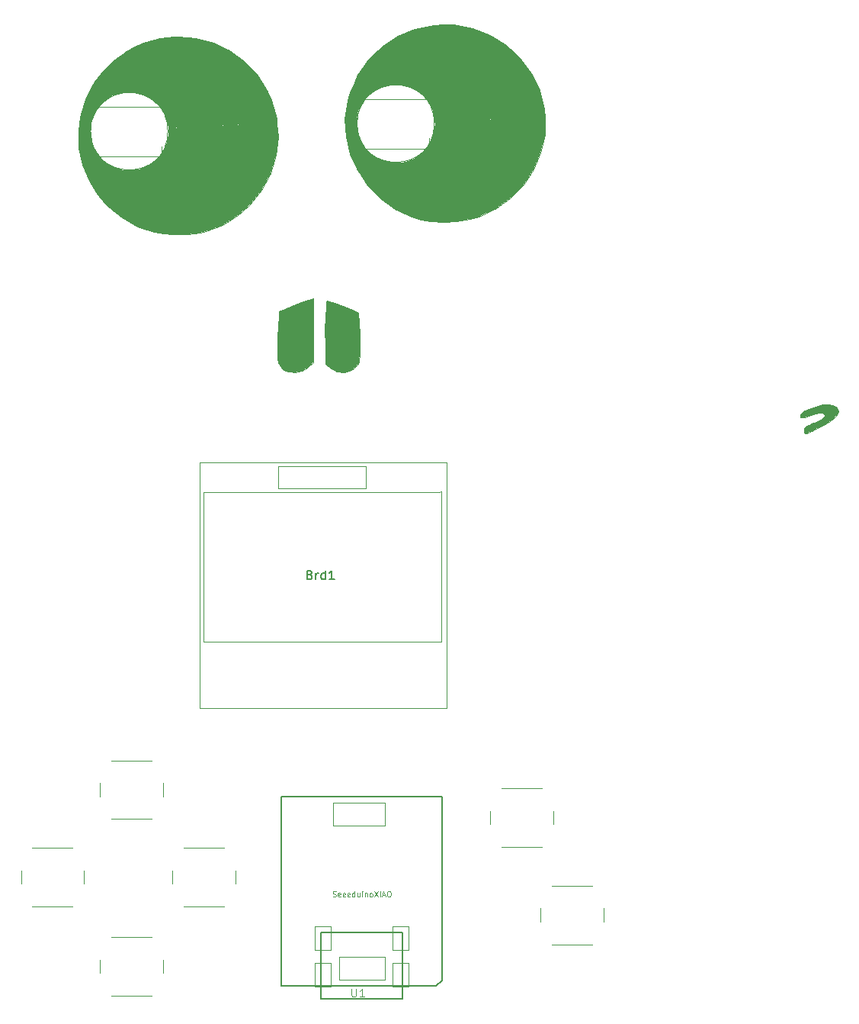
<source format=gbr>
G04 #@! TF.GenerationSoftware,KiCad,Pcbnew,8.0.5-8.0.5-0~ubuntu24.04.1*
G04 #@! TF.CreationDate,2024-09-20T13:44:16+09:00*
G04 #@! TF.ProjectId,gopher_pilot_xiao_sw,676f7068-6572-45f7-9069-6c6f745f7869,rev?*
G04 #@! TF.SameCoordinates,Original*
G04 #@! TF.FileFunction,Legend,Top*
G04 #@! TF.FilePolarity,Positive*
%FSLAX46Y46*%
G04 Gerber Fmt 4.6, Leading zero omitted, Abs format (unit mm)*
G04 Created by KiCad (PCBNEW 8.0.5-8.0.5-0~ubuntu24.04.1) date 2024-09-20 13:44:16*
%MOMM*%
%LPD*%
G01*
G04 APERTURE LIST*
%ADD10C,0.101600*%
%ADD11C,0.076200*%
%ADD12C,0.150000*%
%ADD13C,0.120000*%
%ADD14C,0.127000*%
%ADD15C,0.066040*%
%ADD16C,0.100000*%
G04 APERTURE END LIST*
D10*
X121383166Y-167947485D02*
X121383166Y-168667152D01*
X121383166Y-168667152D02*
X121425500Y-168751818D01*
X121425500Y-168751818D02*
X121467833Y-168794152D01*
X121467833Y-168794152D02*
X121552500Y-168836485D01*
X121552500Y-168836485D02*
X121721833Y-168836485D01*
X121721833Y-168836485D02*
X121806500Y-168794152D01*
X121806500Y-168794152D02*
X121848833Y-168751818D01*
X121848833Y-168751818D02*
X121891166Y-168667152D01*
X121891166Y-168667152D02*
X121891166Y-167947485D01*
X122780166Y-168836485D02*
X122272166Y-168836485D01*
X122526166Y-168836485D02*
X122526166Y-167947485D01*
X122526166Y-167947485D02*
X122441499Y-168074485D01*
X122441499Y-168074485D02*
X122356833Y-168159152D01*
X122356833Y-168159152D02*
X122272166Y-168201485D01*
D11*
X119282829Y-157694021D02*
X119369915Y-157723049D01*
X119369915Y-157723049D02*
X119515057Y-157723049D01*
X119515057Y-157723049D02*
X119573115Y-157694021D01*
X119573115Y-157694021D02*
X119602143Y-157664992D01*
X119602143Y-157664992D02*
X119631172Y-157606935D01*
X119631172Y-157606935D02*
X119631172Y-157548878D01*
X119631172Y-157548878D02*
X119602143Y-157490821D01*
X119602143Y-157490821D02*
X119573115Y-157461792D01*
X119573115Y-157461792D02*
X119515057Y-157432763D01*
X119515057Y-157432763D02*
X119398943Y-157403735D01*
X119398943Y-157403735D02*
X119340886Y-157374706D01*
X119340886Y-157374706D02*
X119311857Y-157345678D01*
X119311857Y-157345678D02*
X119282829Y-157287621D01*
X119282829Y-157287621D02*
X119282829Y-157229563D01*
X119282829Y-157229563D02*
X119311857Y-157171506D01*
X119311857Y-157171506D02*
X119340886Y-157142478D01*
X119340886Y-157142478D02*
X119398943Y-157113449D01*
X119398943Y-157113449D02*
X119544086Y-157113449D01*
X119544086Y-157113449D02*
X119631172Y-157142478D01*
X120124657Y-157694021D02*
X120066600Y-157723049D01*
X120066600Y-157723049D02*
X119950486Y-157723049D01*
X119950486Y-157723049D02*
X119892428Y-157694021D01*
X119892428Y-157694021D02*
X119863400Y-157635963D01*
X119863400Y-157635963D02*
X119863400Y-157403735D01*
X119863400Y-157403735D02*
X119892428Y-157345678D01*
X119892428Y-157345678D02*
X119950486Y-157316649D01*
X119950486Y-157316649D02*
X120066600Y-157316649D01*
X120066600Y-157316649D02*
X120124657Y-157345678D01*
X120124657Y-157345678D02*
X120153686Y-157403735D01*
X120153686Y-157403735D02*
X120153686Y-157461792D01*
X120153686Y-157461792D02*
X119863400Y-157519849D01*
X120647171Y-157694021D02*
X120589114Y-157723049D01*
X120589114Y-157723049D02*
X120473000Y-157723049D01*
X120473000Y-157723049D02*
X120414942Y-157694021D01*
X120414942Y-157694021D02*
X120385914Y-157635963D01*
X120385914Y-157635963D02*
X120385914Y-157403735D01*
X120385914Y-157403735D02*
X120414942Y-157345678D01*
X120414942Y-157345678D02*
X120473000Y-157316649D01*
X120473000Y-157316649D02*
X120589114Y-157316649D01*
X120589114Y-157316649D02*
X120647171Y-157345678D01*
X120647171Y-157345678D02*
X120676200Y-157403735D01*
X120676200Y-157403735D02*
X120676200Y-157461792D01*
X120676200Y-157461792D02*
X120385914Y-157519849D01*
X121169685Y-157694021D02*
X121111628Y-157723049D01*
X121111628Y-157723049D02*
X120995514Y-157723049D01*
X120995514Y-157723049D02*
X120937456Y-157694021D01*
X120937456Y-157694021D02*
X120908428Y-157635963D01*
X120908428Y-157635963D02*
X120908428Y-157403735D01*
X120908428Y-157403735D02*
X120937456Y-157345678D01*
X120937456Y-157345678D02*
X120995514Y-157316649D01*
X120995514Y-157316649D02*
X121111628Y-157316649D01*
X121111628Y-157316649D02*
X121169685Y-157345678D01*
X121169685Y-157345678D02*
X121198714Y-157403735D01*
X121198714Y-157403735D02*
X121198714Y-157461792D01*
X121198714Y-157461792D02*
X120908428Y-157519849D01*
X121721228Y-157723049D02*
X121721228Y-157113449D01*
X121721228Y-157694021D02*
X121663170Y-157723049D01*
X121663170Y-157723049D02*
X121547056Y-157723049D01*
X121547056Y-157723049D02*
X121488999Y-157694021D01*
X121488999Y-157694021D02*
X121459970Y-157664992D01*
X121459970Y-157664992D02*
X121430942Y-157606935D01*
X121430942Y-157606935D02*
X121430942Y-157432763D01*
X121430942Y-157432763D02*
X121459970Y-157374706D01*
X121459970Y-157374706D02*
X121488999Y-157345678D01*
X121488999Y-157345678D02*
X121547056Y-157316649D01*
X121547056Y-157316649D02*
X121663170Y-157316649D01*
X121663170Y-157316649D02*
X121721228Y-157345678D01*
X122272771Y-157316649D02*
X122272771Y-157723049D01*
X122011513Y-157316649D02*
X122011513Y-157635963D01*
X122011513Y-157635963D02*
X122040542Y-157694021D01*
X122040542Y-157694021D02*
X122098599Y-157723049D01*
X122098599Y-157723049D02*
X122185685Y-157723049D01*
X122185685Y-157723049D02*
X122243742Y-157694021D01*
X122243742Y-157694021D02*
X122272771Y-157664992D01*
X122563056Y-157723049D02*
X122563056Y-157316649D01*
X122563056Y-157113449D02*
X122534028Y-157142478D01*
X122534028Y-157142478D02*
X122563056Y-157171506D01*
X122563056Y-157171506D02*
X122592085Y-157142478D01*
X122592085Y-157142478D02*
X122563056Y-157113449D01*
X122563056Y-157113449D02*
X122563056Y-157171506D01*
X122853342Y-157316649D02*
X122853342Y-157723049D01*
X122853342Y-157374706D02*
X122882371Y-157345678D01*
X122882371Y-157345678D02*
X122940428Y-157316649D01*
X122940428Y-157316649D02*
X123027514Y-157316649D01*
X123027514Y-157316649D02*
X123085571Y-157345678D01*
X123085571Y-157345678D02*
X123114600Y-157403735D01*
X123114600Y-157403735D02*
X123114600Y-157723049D01*
X123491971Y-157723049D02*
X123433914Y-157694021D01*
X123433914Y-157694021D02*
X123404885Y-157664992D01*
X123404885Y-157664992D02*
X123375857Y-157606935D01*
X123375857Y-157606935D02*
X123375857Y-157432763D01*
X123375857Y-157432763D02*
X123404885Y-157374706D01*
X123404885Y-157374706D02*
X123433914Y-157345678D01*
X123433914Y-157345678D02*
X123491971Y-157316649D01*
X123491971Y-157316649D02*
X123579057Y-157316649D01*
X123579057Y-157316649D02*
X123637114Y-157345678D01*
X123637114Y-157345678D02*
X123666143Y-157374706D01*
X123666143Y-157374706D02*
X123695171Y-157432763D01*
X123695171Y-157432763D02*
X123695171Y-157606935D01*
X123695171Y-157606935D02*
X123666143Y-157664992D01*
X123666143Y-157664992D02*
X123637114Y-157694021D01*
X123637114Y-157694021D02*
X123579057Y-157723049D01*
X123579057Y-157723049D02*
X123491971Y-157723049D01*
X123898371Y-157113449D02*
X124304771Y-157723049D01*
X124304771Y-157113449D02*
X123898371Y-157723049D01*
X124536999Y-157723049D02*
X124536999Y-157113449D01*
X124798257Y-157548878D02*
X125088543Y-157548878D01*
X124740200Y-157723049D02*
X124943400Y-157113449D01*
X124943400Y-157113449D02*
X125146600Y-157723049D01*
X125465914Y-157113449D02*
X125582028Y-157113449D01*
X125582028Y-157113449D02*
X125640085Y-157142478D01*
X125640085Y-157142478D02*
X125698142Y-157200535D01*
X125698142Y-157200535D02*
X125727171Y-157316649D01*
X125727171Y-157316649D02*
X125727171Y-157519849D01*
X125727171Y-157519849D02*
X125698142Y-157635963D01*
X125698142Y-157635963D02*
X125640085Y-157694021D01*
X125640085Y-157694021D02*
X125582028Y-157723049D01*
X125582028Y-157723049D02*
X125465914Y-157723049D01*
X125465914Y-157723049D02*
X125407857Y-157694021D01*
X125407857Y-157694021D02*
X125349799Y-157635963D01*
X125349799Y-157635963D02*
X125320771Y-157519849D01*
X125320771Y-157519849D02*
X125320771Y-157316649D01*
X125320771Y-157316649D02*
X125349799Y-157200535D01*
X125349799Y-157200535D02*
X125407857Y-157142478D01*
X125407857Y-157142478D02*
X125465914Y-157113449D01*
D12*
X116733333Y-121985009D02*
X116876190Y-122032628D01*
X116876190Y-122032628D02*
X116923809Y-122080247D01*
X116923809Y-122080247D02*
X116971428Y-122175485D01*
X116971428Y-122175485D02*
X116971428Y-122318342D01*
X116971428Y-122318342D02*
X116923809Y-122413580D01*
X116923809Y-122413580D02*
X116876190Y-122461200D01*
X116876190Y-122461200D02*
X116780952Y-122508819D01*
X116780952Y-122508819D02*
X116400000Y-122508819D01*
X116400000Y-122508819D02*
X116400000Y-121508819D01*
X116400000Y-121508819D02*
X116733333Y-121508819D01*
X116733333Y-121508819D02*
X116828571Y-121556438D01*
X116828571Y-121556438D02*
X116876190Y-121604057D01*
X116876190Y-121604057D02*
X116923809Y-121699295D01*
X116923809Y-121699295D02*
X116923809Y-121794533D01*
X116923809Y-121794533D02*
X116876190Y-121889771D01*
X116876190Y-121889771D02*
X116828571Y-121937390D01*
X116828571Y-121937390D02*
X116733333Y-121985009D01*
X116733333Y-121985009D02*
X116400000Y-121985009D01*
X117400000Y-122508819D02*
X117400000Y-121842152D01*
X117400000Y-122032628D02*
X117447619Y-121937390D01*
X117447619Y-121937390D02*
X117495238Y-121889771D01*
X117495238Y-121889771D02*
X117590476Y-121842152D01*
X117590476Y-121842152D02*
X117685714Y-121842152D01*
X118447619Y-122508819D02*
X118447619Y-121508819D01*
X118447619Y-122461200D02*
X118352381Y-122508819D01*
X118352381Y-122508819D02*
X118161905Y-122508819D01*
X118161905Y-122508819D02*
X118066667Y-122461200D01*
X118066667Y-122461200D02*
X118019048Y-122413580D01*
X118019048Y-122413580D02*
X117971429Y-122318342D01*
X117971429Y-122318342D02*
X117971429Y-122032628D01*
X117971429Y-122032628D02*
X118019048Y-121937390D01*
X118019048Y-121937390D02*
X118066667Y-121889771D01*
X118066667Y-121889771D02*
X118161905Y-121842152D01*
X118161905Y-121842152D02*
X118352381Y-121842152D01*
X118352381Y-121842152D02*
X118447619Y-121889771D01*
X119447619Y-122508819D02*
X118876191Y-122508819D01*
X119161905Y-122508819D02*
X119161905Y-121508819D01*
X119161905Y-121508819D02*
X119066667Y-121651676D01*
X119066667Y-121651676D02*
X118971429Y-121746914D01*
X118971429Y-121746914D02*
X118876191Y-121794533D01*
D13*
X92966520Y-70092120D02*
X100266520Y-70092120D01*
X92966520Y-75592120D02*
X100266520Y-75592120D01*
X100266520Y-75592120D02*
X100266520Y-74442120D01*
X122665300Y-69228320D02*
X129965300Y-69228320D01*
X122665300Y-74728320D02*
X129965300Y-74728320D01*
X129965300Y-74728320D02*
X129965300Y-73578320D01*
D14*
X113597220Y-146650000D02*
X113597220Y-167648180D01*
X113597220Y-167648180D02*
X130724440Y-167648180D01*
D15*
X117298000Y-160998460D02*
X117298000Y-163668000D01*
X117298000Y-165065000D02*
X117298000Y-167732000D01*
D14*
X118001580Y-161719820D02*
X127000800Y-161719820D01*
X118001580Y-169073120D02*
X118001580Y-161719820D01*
D15*
X119076000Y-160998460D02*
X117298000Y-160998460D01*
X119076000Y-160998460D02*
X119076000Y-163668000D01*
X119076000Y-163668000D02*
X117298000Y-163668000D01*
X119076000Y-165065000D02*
X117298000Y-165065000D01*
X119076000Y-165065000D02*
X119076000Y-167732000D01*
X119076000Y-167732000D02*
X117298000Y-167732000D01*
X119330000Y-147285000D02*
X119330000Y-149825000D01*
X119965000Y-164430000D02*
X119965000Y-166970000D01*
X125045000Y-147285000D02*
X119330000Y-147285000D01*
X125045000Y-147285000D02*
X125045000Y-149825000D01*
X125045000Y-149825000D02*
X119330000Y-149825000D01*
X125045000Y-164430000D02*
X119965000Y-164430000D01*
X125045000Y-164430000D02*
X125045000Y-166970000D01*
X125045000Y-166970000D02*
X119965000Y-166970000D01*
X125934000Y-160998460D02*
X125934000Y-163668000D01*
X125934000Y-165065000D02*
X125934000Y-167732000D01*
D14*
X126995720Y-169073120D02*
X118001580Y-169073120D01*
X127000800Y-161719820D02*
X127000800Y-169073120D01*
D15*
X127712000Y-160998460D02*
X125934000Y-160998460D01*
X127712000Y-160998460D02*
X127712000Y-163668000D01*
X127712000Y-163668000D02*
X125934000Y-163668000D01*
X127712000Y-165065000D02*
X125934000Y-165065000D01*
X127712000Y-165065000D02*
X127712000Y-167732000D01*
X127712000Y-167732000D02*
X125934000Y-167732000D01*
D14*
X130724440Y-167648180D02*
X131395000Y-166977620D01*
X131395000Y-146650000D02*
X113597220Y-146650000D01*
X131395000Y-166977620D02*
X131395000Y-146650000D01*
D13*
X104500000Y-109500000D02*
X131900000Y-109500000D01*
X104500000Y-136800000D02*
X104500000Y-109500000D01*
X104922000Y-112795000D02*
X128022000Y-112795000D01*
X104922000Y-129395000D02*
X104922000Y-112795000D01*
X113201000Y-109989000D02*
X113201000Y-112402000D01*
X113201000Y-109989000D02*
X122980000Y-109989000D01*
X122980000Y-109989000D02*
X122980000Y-112402000D01*
X122980000Y-112402000D02*
X113201000Y-112402000D01*
X128022000Y-112795000D02*
X131108000Y-112795000D01*
X128022000Y-129395000D02*
X104922000Y-129395000D01*
X128022000Y-129395000D02*
X131362000Y-129420000D01*
X131362000Y-112783000D02*
X131108000Y-112795000D01*
X131362000Y-129420000D02*
X131362000Y-112783000D01*
X131900000Y-109500000D02*
X131900000Y-136800000D01*
X131900000Y-136800000D02*
X104500000Y-136800000D01*
X136750000Y-148200000D02*
X136750000Y-149700000D01*
X138000000Y-152200000D02*
X142500000Y-152200000D01*
X142500000Y-145700000D02*
X138000000Y-145700000D01*
X143750000Y-149700000D02*
X143750000Y-148200000D01*
X84650000Y-154800000D02*
X84650000Y-156300000D01*
X85900000Y-158800000D02*
X90400000Y-158800000D01*
X90400000Y-152300000D02*
X85900000Y-152300000D01*
X91650000Y-156300000D02*
X91650000Y-154800000D01*
X93450000Y-164700000D02*
X93450000Y-166200000D01*
X94700000Y-168700000D02*
X99200000Y-168700000D01*
X99200000Y-162200000D02*
X94700000Y-162200000D01*
X100450000Y-166200000D02*
X100450000Y-164700000D01*
X100962601Y-72781520D02*
G75*
G02*
X92384745Y-72781520I-4288928J0D01*
G01*
X92384745Y-72781520D02*
G75*
G02*
X100962601Y-72781520I4288928J0D01*
G01*
X130562601Y-71931520D02*
G75*
G02*
X121984745Y-71931520I-4288928J0D01*
G01*
X121984745Y-71931520D02*
G75*
G02*
X130562601Y-71931520I4288928J0D01*
G01*
D16*
X119702600Y-91941520D02*
X121252600Y-92511520D01*
X122132600Y-92901520D01*
X122232600Y-94021520D01*
X122272600Y-95221520D01*
X122272600Y-97731520D01*
X122222600Y-98021520D01*
X122182600Y-98401520D01*
X121962600Y-98751520D01*
X121702600Y-99041520D01*
X121322600Y-99291520D01*
X120572600Y-99541520D01*
X119762600Y-99441520D01*
X119002600Y-99041520D01*
X118432600Y-98591520D01*
X118432600Y-96601520D01*
X118412600Y-94751520D01*
X118452600Y-93621520D01*
X118522600Y-92171520D01*
X118522600Y-91761520D01*
X118612600Y-91591520D01*
X119702600Y-91941520D01*
G36*
X119702600Y-91941520D02*
G01*
X121252600Y-92511520D01*
X122132600Y-92901520D01*
X122232600Y-94021520D01*
X122272600Y-95221520D01*
X122272600Y-97731520D01*
X122222600Y-98021520D01*
X122182600Y-98401520D01*
X121962600Y-98751520D01*
X121702600Y-99041520D01*
X121322600Y-99291520D01*
X120572600Y-99541520D01*
X119762600Y-99441520D01*
X119002600Y-99041520D01*
X118432600Y-98591520D01*
X118432600Y-96601520D01*
X118412600Y-94751520D01*
X118452600Y-93621520D01*
X118522600Y-92171520D01*
X118522600Y-91761520D01*
X118612600Y-91591520D01*
X119702600Y-91941520D01*
G37*
X117112600Y-92651520D02*
X117112600Y-94161520D01*
X117112600Y-95411520D01*
X117102600Y-96821520D01*
X117112600Y-98431520D01*
X116602600Y-98901520D01*
X116452600Y-99041520D01*
X115872600Y-99391520D01*
X115072600Y-99501520D01*
X114472600Y-99461520D01*
X114012600Y-99351520D01*
X113662600Y-99111520D01*
X113342600Y-98581520D01*
X113262600Y-98401520D01*
X113172600Y-98021520D01*
X113132600Y-97441520D01*
X113132600Y-96481520D01*
X113162600Y-95601520D01*
X113222600Y-94511520D01*
X113292600Y-93301520D01*
X113312600Y-92781520D01*
X113992600Y-92471520D01*
X114712600Y-92161520D01*
X115202600Y-91961520D01*
X116042600Y-91641520D01*
X116582600Y-91481520D01*
X117112600Y-91351520D01*
X117112600Y-92651520D01*
G36*
X117112600Y-92651520D02*
G01*
X117112600Y-94161520D01*
X117112600Y-95411520D01*
X117102600Y-96821520D01*
X117112600Y-98431520D01*
X116602600Y-98901520D01*
X116452600Y-99041520D01*
X115872600Y-99391520D01*
X115072600Y-99501520D01*
X114472600Y-99461520D01*
X114012600Y-99351520D01*
X113662600Y-99111520D01*
X113342600Y-98581520D01*
X113262600Y-98401520D01*
X113172600Y-98021520D01*
X113132600Y-97441520D01*
X113132600Y-96481520D01*
X113162600Y-95601520D01*
X113222600Y-94511520D01*
X113292600Y-93301520D01*
X113312600Y-92781520D01*
X113992600Y-92471520D01*
X114712600Y-92161520D01*
X115202600Y-91961520D01*
X116042600Y-91641520D01*
X116582600Y-91481520D01*
X117112600Y-91351520D01*
X117112600Y-92651520D01*
G37*
X174862600Y-103161520D02*
X175242600Y-103401520D01*
X175412600Y-103871520D01*
X175182600Y-104391520D01*
X174542600Y-104941520D01*
X174092600Y-105201520D01*
X173722600Y-105411520D01*
X173452600Y-105561520D01*
X173112600Y-105731520D01*
X172692600Y-105931520D01*
X172452600Y-106051520D01*
X172102600Y-106191520D01*
X171922600Y-106271520D01*
X171692600Y-106301520D01*
X171612600Y-106191520D01*
X171602600Y-105951520D01*
X171622600Y-105821520D01*
X171922600Y-105491520D01*
X172192600Y-105361520D01*
X172482600Y-105221520D01*
X172622600Y-105151520D01*
X172742600Y-105101520D01*
X172992600Y-105001520D01*
X173302600Y-104871520D01*
X173782600Y-104601520D01*
X173932600Y-104361520D01*
X173802600Y-104111520D01*
X173652600Y-104011520D01*
X173262600Y-104011520D01*
X172612600Y-104211520D01*
X172412600Y-104291520D01*
X172112600Y-104401520D01*
X171752600Y-104501520D01*
X171532600Y-104561520D01*
X171292600Y-104521520D01*
X171252600Y-104511520D01*
X171192600Y-104341520D01*
X171192600Y-104271520D01*
X171222600Y-104181520D01*
X171582600Y-103891520D01*
X172152600Y-103611520D01*
X172912600Y-103331520D01*
X173632600Y-103131520D01*
X174282600Y-103061520D01*
X174862600Y-103161520D01*
G36*
X174862600Y-103161520D02*
G01*
X175242600Y-103401520D01*
X175412600Y-103871520D01*
X175182600Y-104391520D01*
X174542600Y-104941520D01*
X174092600Y-105201520D01*
X173722600Y-105411520D01*
X173452600Y-105561520D01*
X173112600Y-105731520D01*
X172692600Y-105931520D01*
X172452600Y-106051520D01*
X172102600Y-106191520D01*
X171922600Y-106271520D01*
X171692600Y-106301520D01*
X171612600Y-106191520D01*
X171602600Y-105951520D01*
X171622600Y-105821520D01*
X171922600Y-105491520D01*
X172192600Y-105361520D01*
X172482600Y-105221520D01*
X172622600Y-105151520D01*
X172742600Y-105101520D01*
X172992600Y-105001520D01*
X173302600Y-104871520D01*
X173782600Y-104601520D01*
X173932600Y-104361520D01*
X173802600Y-104111520D01*
X173652600Y-104011520D01*
X173262600Y-104011520D01*
X172612600Y-104211520D01*
X172412600Y-104291520D01*
X172112600Y-104401520D01*
X171752600Y-104501520D01*
X171532600Y-104561520D01*
X171292600Y-104521520D01*
X171252600Y-104511520D01*
X171192600Y-104341520D01*
X171192600Y-104271520D01*
X171222600Y-104181520D01*
X171582600Y-103891520D01*
X172152600Y-103611520D01*
X172912600Y-103331520D01*
X173632600Y-103131520D01*
X174282600Y-103061520D01*
X174862600Y-103161520D01*
G37*
X121952600Y-71401520D02*
X121932600Y-72361520D01*
X122072600Y-73081520D01*
X122412600Y-73941520D01*
X122852600Y-74641520D01*
X123542600Y-75341520D01*
X124202600Y-75781520D01*
X124802600Y-76041520D01*
X125482600Y-76211520D01*
X125942600Y-76261520D01*
X126372600Y-76281520D01*
X126922600Y-76241520D01*
X127392600Y-76141520D01*
X127902600Y-75961520D01*
X128252600Y-75811520D01*
X128662600Y-75561520D01*
X129022600Y-75311520D01*
X129412600Y-74941520D01*
X129682600Y-74641520D01*
X129952600Y-74251520D01*
X130232600Y-73731520D01*
X130442600Y-73191520D01*
X130582600Y-72451520D01*
X130632600Y-71981520D01*
X130562600Y-71591520D01*
X142862600Y-71451520D01*
X142842600Y-72381520D01*
X142822600Y-73161520D01*
X142822600Y-73191520D01*
X142382600Y-75141520D01*
X141592600Y-76981520D01*
X140482600Y-78681520D01*
X139082600Y-80151520D01*
X137422600Y-81361520D01*
X135512600Y-82291520D01*
X134502600Y-82561520D01*
X133072600Y-82781520D01*
X131592600Y-82861520D01*
X130182600Y-82811520D01*
X129042600Y-82631520D01*
X128012600Y-82301520D01*
X126192600Y-81431520D01*
X124562600Y-80271520D01*
X123102600Y-78761520D01*
X122242600Y-77481520D01*
X122002600Y-77131520D01*
X121202600Y-75301520D01*
X120722600Y-73371520D01*
X120622600Y-71381520D01*
X121952600Y-71401520D01*
G36*
X121952600Y-71401520D02*
G01*
X121932600Y-72361520D01*
X122072600Y-73081520D01*
X122412600Y-73941520D01*
X122852600Y-74641520D01*
X123542600Y-75341520D01*
X124202600Y-75781520D01*
X124802600Y-76041520D01*
X125482600Y-76211520D01*
X125942600Y-76261520D01*
X126372600Y-76281520D01*
X126922600Y-76241520D01*
X127392600Y-76141520D01*
X127902600Y-75961520D01*
X128252600Y-75811520D01*
X128662600Y-75561520D01*
X129022600Y-75311520D01*
X129412600Y-74941520D01*
X129682600Y-74641520D01*
X129952600Y-74251520D01*
X130232600Y-73731520D01*
X130442600Y-73191520D01*
X130582600Y-72451520D01*
X130632600Y-71981520D01*
X130562600Y-71591520D01*
X142862600Y-71451520D01*
X142842600Y-72381520D01*
X142822600Y-73161520D01*
X142822600Y-73191520D01*
X142382600Y-75141520D01*
X141592600Y-76981520D01*
X140482600Y-78681520D01*
X139082600Y-80151520D01*
X137422600Y-81361520D01*
X135512600Y-82291520D01*
X134502600Y-82561520D01*
X133072600Y-82781520D01*
X131592600Y-82861520D01*
X130182600Y-82811520D01*
X129042600Y-82631520D01*
X128012600Y-82301520D01*
X126192600Y-81431520D01*
X124562600Y-80271520D01*
X123102600Y-78761520D01*
X122242600Y-77481520D01*
X122002600Y-77131520D01*
X121202600Y-75301520D01*
X120722600Y-73371520D01*
X120622600Y-71381520D01*
X121952600Y-71401520D01*
G37*
X104072600Y-62461520D02*
X105982600Y-62981520D01*
X107772600Y-63821520D01*
X109412600Y-64991520D01*
X110812600Y-66451520D01*
X111932600Y-68201520D01*
X112442600Y-69301520D01*
X113032600Y-71321520D01*
X113082600Y-71881520D01*
X101012600Y-72461520D01*
X100932600Y-71821520D01*
X100682600Y-71071520D01*
X100282600Y-70341520D01*
X99842600Y-69791520D01*
X99242600Y-69271520D01*
X98782600Y-68971520D01*
X98272600Y-68731520D01*
X97692600Y-68541520D01*
X97222600Y-68461520D01*
X96742600Y-68431520D01*
X96322600Y-68451520D01*
X95902600Y-68501520D01*
X95342600Y-68641520D01*
X94882600Y-68811520D01*
X94412600Y-69061520D01*
X94132600Y-69251520D01*
X93832600Y-69481520D01*
X93582600Y-69721520D01*
X93362600Y-69961520D01*
X93072600Y-70341520D01*
X92902600Y-70611520D01*
X92762600Y-70881520D01*
X92622600Y-71191520D01*
X92502600Y-71531520D01*
X92422600Y-71851520D01*
X92392600Y-72041520D01*
X91112600Y-71951520D01*
X91212600Y-71231520D01*
X91252600Y-70891520D01*
X91512600Y-70101520D01*
X91722600Y-69441520D01*
X91852600Y-69061520D01*
X92402600Y-68051520D01*
X92822600Y-67281520D01*
X93492600Y-66451520D01*
X94152600Y-65641520D01*
X94722600Y-65101520D01*
X95442600Y-64571520D01*
X95932600Y-64211520D01*
X96372600Y-63881520D01*
X97132600Y-63511520D01*
X98232600Y-62981520D01*
X100112600Y-62471520D01*
X101732600Y-62321520D01*
X102112600Y-62291520D01*
X104072600Y-62461520D01*
G36*
X104072600Y-62461520D02*
G01*
X105982600Y-62981520D01*
X107772600Y-63821520D01*
X109412600Y-64991520D01*
X110812600Y-66451520D01*
X111932600Y-68201520D01*
X112442600Y-69301520D01*
X113032600Y-71321520D01*
X113082600Y-71881520D01*
X101012600Y-72461520D01*
X100932600Y-71821520D01*
X100682600Y-71071520D01*
X100282600Y-70341520D01*
X99842600Y-69791520D01*
X99242600Y-69271520D01*
X98782600Y-68971520D01*
X98272600Y-68731520D01*
X97692600Y-68541520D01*
X97222600Y-68461520D01*
X96742600Y-68431520D01*
X96322600Y-68451520D01*
X95902600Y-68501520D01*
X95342600Y-68641520D01*
X94882600Y-68811520D01*
X94412600Y-69061520D01*
X94132600Y-69251520D01*
X93832600Y-69481520D01*
X93582600Y-69721520D01*
X93362600Y-69961520D01*
X93072600Y-70341520D01*
X92902600Y-70611520D01*
X92762600Y-70881520D01*
X92622600Y-71191520D01*
X92502600Y-71531520D01*
X92422600Y-71851520D01*
X92392600Y-72041520D01*
X91112600Y-71951520D01*
X91212600Y-71231520D01*
X91252600Y-70891520D01*
X91512600Y-70101520D01*
X91722600Y-69441520D01*
X91852600Y-69061520D01*
X92402600Y-68051520D01*
X92822600Y-67281520D01*
X93492600Y-66451520D01*
X94152600Y-65641520D01*
X94722600Y-65101520D01*
X95442600Y-64571520D01*
X95932600Y-64211520D01*
X96372600Y-63881520D01*
X97132600Y-63511520D01*
X98232600Y-62981520D01*
X100112600Y-62471520D01*
X101732600Y-62321520D01*
X102112600Y-62291520D01*
X104072600Y-62461520D01*
G37*
X134842600Y-61341520D02*
X136792600Y-62101520D01*
X138562600Y-63231520D01*
X140062600Y-64621520D01*
X141312600Y-66321520D01*
X142222600Y-68231520D01*
X142752600Y-70291520D01*
X142862600Y-71141520D01*
X142862600Y-71421520D01*
X130612600Y-71541520D01*
X130532600Y-71041520D01*
X130382600Y-70481520D01*
X130202600Y-70071520D01*
X130022600Y-69711520D01*
X129762600Y-69331520D01*
X129472600Y-68971520D01*
X129182600Y-68691520D01*
X128882600Y-68451520D01*
X128652600Y-68291520D01*
X128432600Y-68151520D01*
X127912600Y-67901520D01*
X127522600Y-67761520D01*
X126932600Y-67631520D01*
X126602600Y-67591520D01*
X126152600Y-67581520D01*
X125972600Y-67591520D01*
X125642600Y-67631520D01*
X125302600Y-67691520D01*
X125022600Y-67771520D01*
X124672600Y-67891520D01*
X124312600Y-68051520D01*
X124102600Y-68161520D01*
X123912600Y-68281520D01*
X123752600Y-68391520D01*
X123332600Y-68731520D01*
X122992600Y-69071520D01*
X122722600Y-69421520D01*
X122522600Y-69721520D01*
X122362600Y-70021520D01*
X122222600Y-70361520D01*
X122142600Y-70571520D01*
X122062600Y-70831520D01*
X122002600Y-71101520D01*
X121962600Y-71351520D01*
X120622600Y-71331520D01*
X120662600Y-71021520D01*
X120752600Y-70451520D01*
X120832600Y-69901520D01*
X120912600Y-69371520D01*
X121172600Y-68501520D01*
X121572600Y-67611520D01*
X122052600Y-66531520D01*
X122722600Y-65581520D01*
X123242600Y-64841520D01*
X123752600Y-64331520D01*
X124272600Y-63821520D01*
X124762600Y-63371520D01*
X126492600Y-62221520D01*
X128352600Y-61421520D01*
X130462600Y-60981520D01*
X131662600Y-60961520D01*
X132392600Y-60951520D01*
X132672600Y-60951520D01*
X134842600Y-61341520D01*
G36*
X134842600Y-61341520D02*
G01*
X136792600Y-62101520D01*
X138562600Y-63231520D01*
X140062600Y-64621520D01*
X141312600Y-66321520D01*
X142222600Y-68231520D01*
X142752600Y-70291520D01*
X142862600Y-71141520D01*
X142862600Y-71421520D01*
X130612600Y-71541520D01*
X130532600Y-71041520D01*
X130382600Y-70481520D01*
X130202600Y-70071520D01*
X130022600Y-69711520D01*
X129762600Y-69331520D01*
X129472600Y-68971520D01*
X129182600Y-68691520D01*
X128882600Y-68451520D01*
X128652600Y-68291520D01*
X128432600Y-68151520D01*
X127912600Y-67901520D01*
X127522600Y-67761520D01*
X126932600Y-67631520D01*
X126602600Y-67591520D01*
X126152600Y-67581520D01*
X125972600Y-67591520D01*
X125642600Y-67631520D01*
X125302600Y-67691520D01*
X125022600Y-67771520D01*
X124672600Y-67891520D01*
X124312600Y-68051520D01*
X124102600Y-68161520D01*
X123912600Y-68281520D01*
X123752600Y-68391520D01*
X123332600Y-68731520D01*
X122992600Y-69071520D01*
X122722600Y-69421520D01*
X122522600Y-69721520D01*
X122362600Y-70021520D01*
X122222600Y-70361520D01*
X122142600Y-70571520D01*
X122062600Y-70831520D01*
X122002600Y-71101520D01*
X121962600Y-71351520D01*
X120622600Y-71331520D01*
X120662600Y-71021520D01*
X120752600Y-70451520D01*
X120832600Y-69901520D01*
X120912600Y-69371520D01*
X121172600Y-68501520D01*
X121572600Y-67611520D01*
X122052600Y-66531520D01*
X122722600Y-65581520D01*
X123242600Y-64841520D01*
X123752600Y-64331520D01*
X124272600Y-63821520D01*
X124762600Y-63371520D01*
X126492600Y-62221520D01*
X128352600Y-61421520D01*
X130462600Y-60981520D01*
X131662600Y-60961520D01*
X132392600Y-60951520D01*
X132672600Y-60951520D01*
X134842600Y-61341520D01*
G37*
X113222600Y-73371520D02*
X112992600Y-75411520D01*
X112352600Y-77471520D01*
X111332600Y-79281520D01*
X109972600Y-80961520D01*
X108752600Y-82111520D01*
X107012600Y-83181520D01*
X104952600Y-83971520D01*
X104012600Y-84111520D01*
X102952600Y-84211520D01*
X101872600Y-84241520D01*
X101472600Y-84231520D01*
X100482600Y-84091520D01*
X99422600Y-83951520D01*
X97522600Y-83331520D01*
X95832600Y-82391520D01*
X94642600Y-81441520D01*
X94072600Y-80871520D01*
X93162600Y-79821520D01*
X92202600Y-78261520D01*
X91492600Y-76511520D01*
X91072600Y-74651520D01*
X91032600Y-73391520D01*
X91012600Y-72791520D01*
X91112600Y-72001520D01*
X92382600Y-72091520D01*
X92322600Y-72621520D01*
X92362600Y-73331520D01*
X92442600Y-73801520D01*
X92592600Y-74321520D01*
X92802600Y-74751520D01*
X93042600Y-75181520D01*
X93282600Y-75511520D01*
X93602600Y-75851520D01*
X93912600Y-76141520D01*
X94202600Y-76361520D01*
X94522600Y-76561520D01*
X94892600Y-76741520D01*
X95232600Y-76881520D01*
X95592600Y-76991520D01*
X95962600Y-77071520D01*
X96352600Y-77121520D01*
X96732600Y-77121520D01*
X97082600Y-77111520D01*
X97512600Y-77051520D01*
X97812600Y-76981520D01*
X98122600Y-76881520D01*
X98352600Y-76791520D01*
X98632600Y-76661520D01*
X98862600Y-76531520D01*
X99122600Y-76371520D01*
X99362600Y-76201520D01*
X99692600Y-75911520D01*
X99862600Y-75731520D01*
X100022600Y-75551520D01*
X100242600Y-75261520D01*
X100412600Y-75001520D01*
X100492600Y-74851520D01*
X100622600Y-74611520D01*
X100732600Y-74331520D01*
X100832600Y-74061520D01*
X100932600Y-73641520D01*
X101012600Y-73111520D01*
X101002600Y-72511520D01*
X113042600Y-71911520D01*
X113222600Y-73371520D01*
G36*
X113222600Y-73371520D02*
G01*
X112992600Y-75411520D01*
X112352600Y-77471520D01*
X111332600Y-79281520D01*
X109972600Y-80961520D01*
X108752600Y-82111520D01*
X107012600Y-83181520D01*
X104952600Y-83971520D01*
X104012600Y-84111520D01*
X102952600Y-84211520D01*
X101872600Y-84241520D01*
X101472600Y-84231520D01*
X100482600Y-84091520D01*
X99422600Y-83951520D01*
X97522600Y-83331520D01*
X95832600Y-82391520D01*
X94642600Y-81441520D01*
X94072600Y-80871520D01*
X93162600Y-79821520D01*
X92202600Y-78261520D01*
X91492600Y-76511520D01*
X91072600Y-74651520D01*
X91032600Y-73391520D01*
X91012600Y-72791520D01*
X91112600Y-72001520D01*
X92382600Y-72091520D01*
X92322600Y-72621520D01*
X92362600Y-73331520D01*
X92442600Y-73801520D01*
X92592600Y-74321520D01*
X92802600Y-74751520D01*
X93042600Y-75181520D01*
X93282600Y-75511520D01*
X93602600Y-75851520D01*
X93912600Y-76141520D01*
X94202600Y-76361520D01*
X94522600Y-76561520D01*
X94892600Y-76741520D01*
X95232600Y-76881520D01*
X95592600Y-76991520D01*
X95962600Y-77071520D01*
X96352600Y-77121520D01*
X96732600Y-77121520D01*
X97082600Y-77111520D01*
X97512600Y-77051520D01*
X97812600Y-76981520D01*
X98122600Y-76881520D01*
X98352600Y-76791520D01*
X98632600Y-76661520D01*
X98862600Y-76531520D01*
X99122600Y-76371520D01*
X99362600Y-76201520D01*
X99692600Y-75911520D01*
X99862600Y-75731520D01*
X100022600Y-75551520D01*
X100242600Y-75261520D01*
X100412600Y-75001520D01*
X100492600Y-74851520D01*
X100622600Y-74611520D01*
X100732600Y-74331520D01*
X100832600Y-74061520D01*
X100932600Y-73641520D01*
X101012600Y-73111520D01*
X101002600Y-72511520D01*
X113042600Y-71911520D01*
X113222600Y-73371520D01*
G37*
D13*
X93450000Y-145100000D02*
X93450000Y-146600000D01*
X94700000Y-149100000D02*
X99200000Y-149100000D01*
X99200000Y-142600000D02*
X94700000Y-142600000D01*
X100450000Y-146600000D02*
X100450000Y-145100000D01*
X101450000Y-154800000D02*
X101450000Y-156300000D01*
X102700000Y-158800000D02*
X107200000Y-158800000D01*
X107200000Y-152300000D02*
X102700000Y-152300000D01*
X108450000Y-156300000D02*
X108450000Y-154800000D01*
X142350000Y-159000000D02*
X142350000Y-160500000D01*
X143600000Y-163000000D02*
X148100000Y-163000000D01*
X148100000Y-156500000D02*
X143600000Y-156500000D01*
X149350000Y-160500000D02*
X149350000Y-159000000D01*
M02*

</source>
